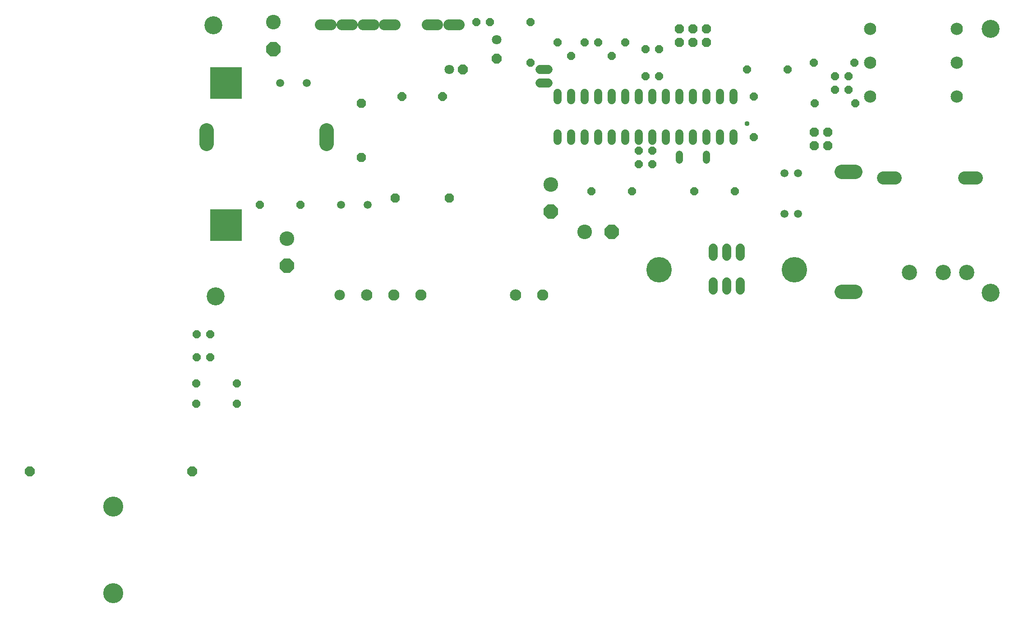
<source format=gbr>
G04 EAGLE Gerber RS-274X export*
G75*
%MOMM*%
%FSLAX34Y34*%
%LPD*%
%INSoldermask Top*%
%IPPOS*%
%AMOC8*
5,1,8,0,0,1.08239X$1,22.5*%
G01*
%ADD10C,3.378200*%
%ADD11C,2.451100*%
%ADD12C,2.743200*%
%ADD13P,2.969212X8X292.500000*%
%ADD14P,1.649562X8X22.500000*%
%ADD15P,1.649562X8X292.500000*%
%ADD16P,2.969212X8X22.500000*%
%ADD17P,1.869504X8X112.500000*%
%ADD18P,1.649562X8X112.500000*%
%ADD19P,1.759533X8X22.500000*%
%ADD20P,1.951982X8X22.500000*%
%ADD21C,1.803400*%
%ADD22P,1.951982X8X292.500000*%
%ADD23C,1.727200*%
%ADD24C,1.320800*%
%ADD25P,1.869504X8X202.500000*%
%ADD26C,2.743200*%
%ADD27R,6.045200X6.045200*%
%ADD28C,1.524000*%
%ADD29C,2.303200*%
%ADD30C,4.775200*%
%ADD31C,1.511200*%
%ADD32C,2.870200*%
%ADD33P,1.869504X8X22.500000*%
%ADD34C,1.981200*%
%ADD35C,2.133600*%
%ADD36C,2.108200*%
%ADD37P,1.649562X8X202.500000*%
%ADD38P,2.005885X8X22.500000*%
%ADD39C,2.032000*%
%ADD40C,2.006600*%
%ADD41P,1.869504X8X292.500000*%
%ADD42C,3.759200*%
%ADD43C,0.959600*%


D10*
X1498600Y520700D03*
X1498600Y25400D03*
X40280Y527475D03*
X44037Y18625D03*
D11*
X1296861Y241300D02*
X1319340Y241300D01*
X1449261Y241300D02*
X1471740Y241300D01*
D12*
X177800Y127000D03*
D13*
X177800Y76200D03*
D14*
X1206500Y406400D03*
X1231900Y406400D03*
X1206500Y431800D03*
X1231900Y431800D03*
X850900Y482600D03*
X876300Y482600D03*
X850900Y431800D03*
X876300Y431800D03*
D15*
X838200Y292100D03*
X838200Y266700D03*
D12*
X736600Y139700D03*
D16*
X787400Y139700D03*
D12*
X673100Y228600D03*
D13*
X673100Y177800D03*
D17*
X317500Y279400D03*
X317500Y381000D03*
D12*
X152400Y533400D03*
D13*
X152400Y482600D03*
D18*
X863600Y266700D03*
X863600Y292100D03*
D19*
X393700Y393700D03*
X469900Y393700D03*
D20*
X508000Y444500D03*
D21*
X482600Y444500D03*
D22*
X571500Y464820D03*
D21*
X571500Y500380D03*
D23*
X652780Y419100D02*
X668020Y419100D01*
X668020Y444500D02*
X652780Y444500D01*
D24*
X914400Y284988D02*
X914400Y273812D01*
X965200Y273812D02*
X965200Y284988D01*
D25*
X482600Y203200D03*
X381000Y203200D03*
D14*
X749300Y215900D03*
X825500Y215900D03*
D15*
X635000Y533400D03*
X635000Y457200D03*
D26*
X1219200Y252222D02*
X1244600Y252222D01*
X1244600Y27178D02*
X1219200Y27178D01*
X252222Y304800D02*
X252222Y330200D01*
X27178Y330200D02*
X27178Y304800D01*
D14*
X736346Y495300D03*
X686054Y495300D03*
X711200Y469900D03*
D27*
X63500Y419100D03*
X63500Y152400D03*
D28*
X685800Y310896D02*
X685800Y324104D01*
X711200Y324104D02*
X711200Y310896D01*
X736600Y310896D02*
X736600Y324104D01*
X762000Y324104D02*
X762000Y310896D01*
X787400Y310896D02*
X787400Y324104D01*
X812800Y324104D02*
X812800Y310896D01*
X838200Y310896D02*
X838200Y324104D01*
X863600Y324104D02*
X863600Y310896D01*
X889000Y310896D02*
X889000Y324104D01*
X914400Y324104D02*
X914400Y310896D01*
X939800Y310896D02*
X939800Y324104D01*
X965200Y324104D02*
X965200Y310896D01*
X990600Y310896D02*
X990600Y324104D01*
X1016000Y324104D02*
X1016000Y310896D01*
X1016000Y387096D02*
X1016000Y400304D01*
X990600Y400304D02*
X990600Y387096D01*
X965200Y387096D02*
X965200Y400304D01*
X939800Y400304D02*
X939800Y387096D01*
X914400Y387096D02*
X914400Y400304D01*
X889000Y400304D02*
X889000Y387096D01*
X863600Y387096D02*
X863600Y400304D01*
X838200Y400304D02*
X838200Y387096D01*
X812800Y387096D02*
X812800Y400304D01*
X787400Y400304D02*
X787400Y387096D01*
X762000Y387096D02*
X762000Y400304D01*
X736600Y400304D02*
X736600Y387096D01*
X711200Y387096D02*
X711200Y400304D01*
X685800Y400304D02*
X685800Y387096D01*
D29*
X1435100Y393700D03*
X1272800Y393700D03*
X1435100Y457200D03*
X1272800Y457200D03*
X1435100Y520700D03*
X1272800Y520700D03*
D30*
X876300Y68580D03*
X1130300Y68580D03*
D31*
X329692Y190500D03*
X279908Y190500D03*
X165608Y419100D03*
X215392Y419100D03*
D14*
X533400Y533400D03*
X558800Y533400D03*
D32*
X1409700Y63500D03*
X1346200Y63500D03*
X1454150Y63500D03*
D33*
X914400Y495300D03*
X914400Y520700D03*
X939800Y495300D03*
X939800Y520700D03*
X965200Y495300D03*
X965200Y520700D03*
D34*
X276762Y21055D03*
D35*
X327562Y21055D03*
D36*
X378362Y21055D03*
X429162Y21055D03*
D35*
X606962Y21055D03*
D36*
X657762Y21055D03*
D23*
X1028700Y93980D02*
X1028700Y109220D01*
X1003300Y109220D02*
X1003300Y93980D01*
X977900Y93980D02*
X977900Y109220D01*
D14*
X127000Y190500D03*
X203200Y190500D03*
X1041400Y444500D03*
X1117600Y444500D03*
D37*
X1244600Y381000D03*
X1168400Y381000D03*
D38*
X-304800Y-310203D03*
X0Y-310203D03*
D18*
X1054100Y317500D03*
X1054100Y393700D03*
D37*
X1018795Y215376D03*
X942595Y215376D03*
X1242868Y457153D03*
X1166668Y457153D03*
D14*
X812546Y495300D03*
X762254Y495300D03*
X787400Y469900D03*
D39*
X281052Y528187D03*
X300864Y528187D03*
D40*
X299848Y528187D02*
X282068Y528187D01*
X259550Y528187D02*
X241770Y528187D01*
D39*
X240860Y528479D03*
X260672Y528479D03*
X321396Y527915D03*
X341208Y527915D03*
X361006Y528354D03*
X380818Y528354D03*
X440880Y528250D03*
X460692Y528250D03*
X481453Y528250D03*
X501040Y528476D03*
D40*
X339922Y527864D02*
X322142Y527864D01*
X362403Y528515D02*
X380183Y528515D01*
X441951Y527864D02*
X459731Y527864D01*
X482536Y528189D02*
X500316Y528189D01*
D23*
X977900Y45720D02*
X977900Y30480D01*
X1003300Y30480D02*
X1003300Y45720D01*
X1028700Y45720D02*
X1028700Y30480D01*
D41*
X1167786Y326624D03*
X1193186Y326624D03*
X1167786Y301224D03*
X1193186Y301224D03*
D14*
X8890Y-52566D03*
X34290Y-52566D03*
X8890Y-96254D03*
X34290Y-96254D03*
X7620Y-145062D03*
X83820Y-145062D03*
X7620Y-183203D03*
X83820Y-183203D03*
D31*
X1136745Y249605D03*
X1111345Y249605D03*
X1111345Y173405D03*
X1136745Y173405D03*
D42*
X-148331Y-376261D03*
X-148331Y-538821D03*
D43*
X1041400Y342900D03*
M02*

</source>
